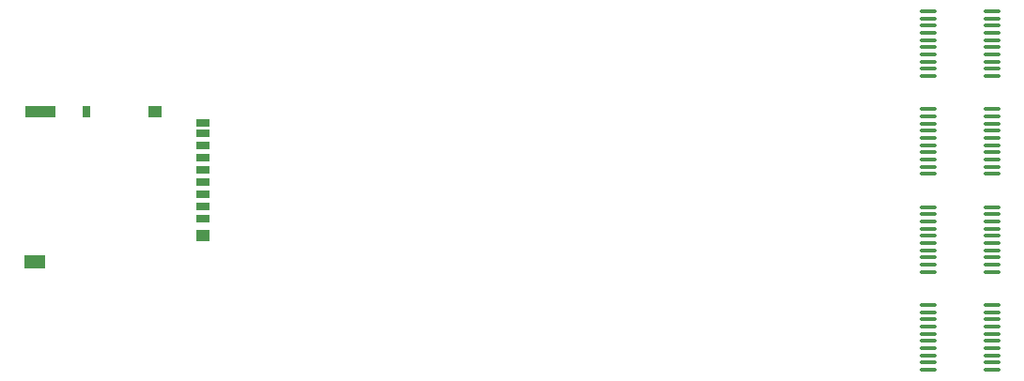
<source format=gbr>
%TF.GenerationSoftware,KiCad,Pcbnew,9.0.1*%
%TF.CreationDate,2025-04-05T14:03:07-06:00*%
%TF.ProjectId,GBDump,47424475-6d70-42e6-9b69-6361645f7063,rev?*%
%TF.SameCoordinates,Original*%
%TF.FileFunction,Paste,Top*%
%TF.FilePolarity,Positive*%
%FSLAX46Y46*%
G04 Gerber Fmt 4.6, Leading zero omitted, Abs format (unit mm)*
G04 Created by KiCad (PCBNEW 9.0.1) date 2025-04-05 14:03:07*
%MOMM*%
%LPD*%
G01*
G04 APERTURE LIST*
G04 Aperture macros list*
%AMRoundRect*
0 Rectangle with rounded corners*
0 $1 Rounding radius*
0 $2 $3 $4 $5 $6 $7 $8 $9 X,Y pos of 4 corners*
0 Add a 4 corners polygon primitive as box body*
4,1,4,$2,$3,$4,$5,$6,$7,$8,$9,$2,$3,0*
0 Add four circle primitives for the rounded corners*
1,1,$1+$1,$2,$3*
1,1,$1+$1,$4,$5*
1,1,$1+$1,$6,$7*
1,1,$1+$1,$8,$9*
0 Add four rect primitives between the rounded corners*
20,1,$1+$1,$2,$3,$4,$5,0*
20,1,$1+$1,$4,$5,$6,$7,0*
20,1,$1+$1,$6,$7,$8,$9,0*
20,1,$1+$1,$8,$9,$2,$3,0*%
G04 Aperture macros list end*
%ADD10RoundRect,0.100000X-0.637500X-0.100000X0.637500X-0.100000X0.637500X0.100000X-0.637500X0.100000X0*%
%ADD11R,1.200000X0.700000*%
%ADD12R,0.800000X1.000000*%
%ADD13R,1.200000X1.000000*%
%ADD14R,2.800000X1.000000*%
%ADD15R,1.900000X1.300000*%
G04 APERTURE END LIST*
D10*
%TO.C,U3*%
X170637500Y-82408333D03*
X170637500Y-83058333D03*
X170637500Y-83708333D03*
X170637500Y-84358333D03*
X170637500Y-85008333D03*
X170637500Y-85658333D03*
X170637500Y-86308333D03*
X170637500Y-86958333D03*
X170637500Y-87608333D03*
X170637500Y-88258333D03*
X176362500Y-88258333D03*
X176362500Y-87608333D03*
X176362500Y-86958333D03*
X176362500Y-86308333D03*
X176362500Y-85658333D03*
X176362500Y-85008333D03*
X176362500Y-84358333D03*
X176362500Y-83708333D03*
X176362500Y-83058333D03*
X176362500Y-82408333D03*
%TD*%
%TO.C,U2*%
X170637500Y-73575000D03*
X170637500Y-74225000D03*
X170637500Y-74875000D03*
X170637500Y-75525000D03*
X170637500Y-76175000D03*
X170637500Y-76825000D03*
X170637500Y-77475000D03*
X170637500Y-78125000D03*
X170637500Y-78775000D03*
X170637500Y-79425000D03*
X176362500Y-79425000D03*
X176362500Y-78775000D03*
X176362500Y-78125000D03*
X176362500Y-77475000D03*
X176362500Y-76825000D03*
X176362500Y-76175000D03*
X176362500Y-75525000D03*
X176362500Y-74875000D03*
X176362500Y-74225000D03*
X176362500Y-73575000D03*
%TD*%
D11*
%TO.C,J2*%
X105225000Y-92275000D03*
X105225000Y-91175000D03*
X105225000Y-90075000D03*
X105225000Y-88975000D03*
X105225000Y-87875000D03*
X105225000Y-86775000D03*
X105225000Y-85675000D03*
X105225000Y-84575000D03*
X105225000Y-83625000D03*
D12*
X94725000Y-82675000D03*
D13*
X100925000Y-82675000D03*
D14*
X90575000Y-82675000D03*
D13*
X105225000Y-93825000D03*
D15*
X90125000Y-96175000D03*
%TD*%
D10*
%TO.C,U6*%
X170637500Y-100075000D03*
X170637500Y-100725000D03*
X170637500Y-101375000D03*
X170637500Y-102025000D03*
X170637500Y-102675000D03*
X170637500Y-103325000D03*
X170637500Y-103975000D03*
X170637500Y-104625000D03*
X170637500Y-105275000D03*
X170637500Y-105925000D03*
X176362500Y-105925000D03*
X176362500Y-105275000D03*
X176362500Y-104625000D03*
X176362500Y-103975000D03*
X176362500Y-103325000D03*
X176362500Y-102675000D03*
X176362500Y-102025000D03*
X176362500Y-101375000D03*
X176362500Y-100725000D03*
X176362500Y-100075000D03*
%TD*%
%TO.C,U4*%
X170637500Y-91241667D03*
X170637500Y-91891667D03*
X170637500Y-92541667D03*
X170637500Y-93191667D03*
X170637500Y-93841667D03*
X170637500Y-94491667D03*
X170637500Y-95141667D03*
X170637500Y-95791667D03*
X170637500Y-96441667D03*
X170637500Y-97091667D03*
X176362500Y-97091667D03*
X176362500Y-96441667D03*
X176362500Y-95791667D03*
X176362500Y-95141667D03*
X176362500Y-94491667D03*
X176362500Y-93841667D03*
X176362500Y-93191667D03*
X176362500Y-92541667D03*
X176362500Y-91891667D03*
X176362500Y-91241667D03*
%TD*%
M02*

</source>
